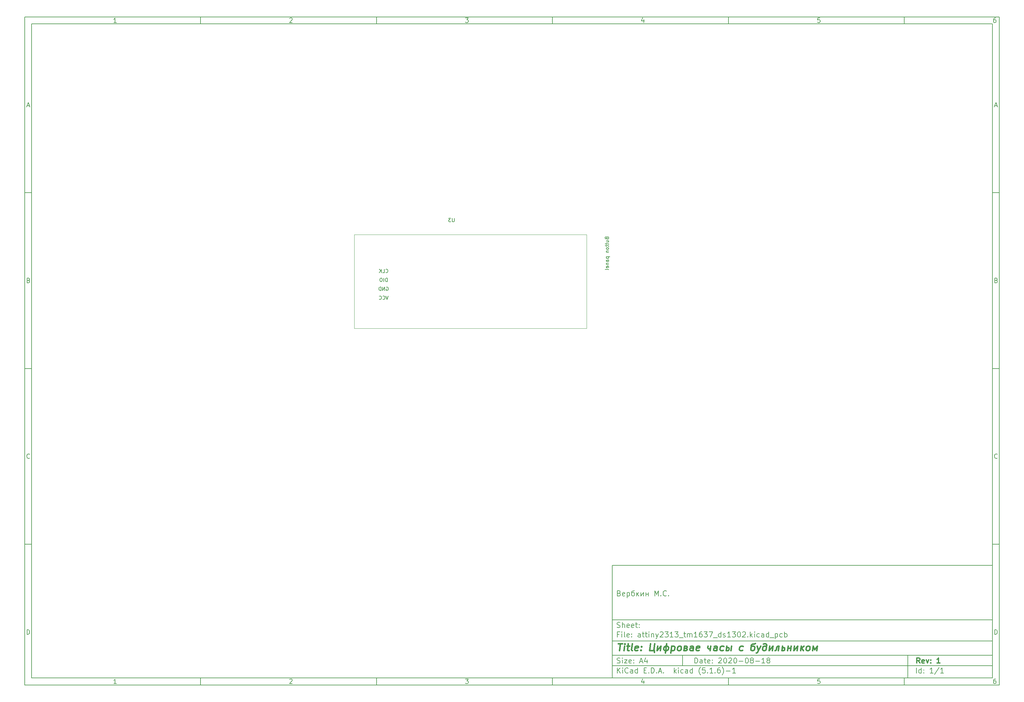
<source format=gbr>
%TF.GenerationSoftware,KiCad,Pcbnew,(5.1.6)-1*%
%TF.CreationDate,2020-08-18T15:16:32+05:00*%
%TF.ProjectId,attiny2313_tm1637_ds1302,61747469-6e79-4323-9331-335f746d3136,1*%
%TF.SameCoordinates,Original*%
%TF.FileFunction,Legend,Bot*%
%TF.FilePolarity,Positive*%
%FSLAX46Y46*%
G04 Gerber Fmt 4.6, Leading zero omitted, Abs format (unit mm)*
G04 Created by KiCad (PCBNEW (5.1.6)-1) date 2020-08-18 15:16:32*
%MOMM*%
%LPD*%
G01*
G04 APERTURE LIST*
%ADD10C,0.100000*%
%ADD11C,0.150000*%
%ADD12C,0.300000*%
%ADD13C,0.400000*%
%ADD14C,0.120000*%
G04 APERTURE END LIST*
D10*
D11*
X177002200Y-166007200D02*
X177002200Y-198007200D01*
X285002200Y-198007200D01*
X285002200Y-166007200D01*
X177002200Y-166007200D01*
D10*
D11*
X10000000Y-10000000D02*
X10000000Y-200007200D01*
X287002200Y-200007200D01*
X287002200Y-10000000D01*
X10000000Y-10000000D01*
D10*
D11*
X12000000Y-12000000D02*
X12000000Y-198007200D01*
X285002200Y-198007200D01*
X285002200Y-12000000D01*
X12000000Y-12000000D01*
D10*
D11*
X60000000Y-12000000D02*
X60000000Y-10000000D01*
D10*
D11*
X110000000Y-12000000D02*
X110000000Y-10000000D01*
D10*
D11*
X160000000Y-12000000D02*
X160000000Y-10000000D01*
D10*
D11*
X210000000Y-12000000D02*
X210000000Y-10000000D01*
D10*
D11*
X260000000Y-12000000D02*
X260000000Y-10000000D01*
D10*
D11*
X36065476Y-11588095D02*
X35322619Y-11588095D01*
X35694047Y-11588095D02*
X35694047Y-10288095D01*
X35570238Y-10473809D01*
X35446428Y-10597619D01*
X35322619Y-10659523D01*
D10*
D11*
X85322619Y-10411904D02*
X85384523Y-10350000D01*
X85508333Y-10288095D01*
X85817857Y-10288095D01*
X85941666Y-10350000D01*
X86003571Y-10411904D01*
X86065476Y-10535714D01*
X86065476Y-10659523D01*
X86003571Y-10845238D01*
X85260714Y-11588095D01*
X86065476Y-11588095D01*
D10*
D11*
X135260714Y-10288095D02*
X136065476Y-10288095D01*
X135632142Y-10783333D01*
X135817857Y-10783333D01*
X135941666Y-10845238D01*
X136003571Y-10907142D01*
X136065476Y-11030952D01*
X136065476Y-11340476D01*
X136003571Y-11464285D01*
X135941666Y-11526190D01*
X135817857Y-11588095D01*
X135446428Y-11588095D01*
X135322619Y-11526190D01*
X135260714Y-11464285D01*
D10*
D11*
X185941666Y-10721428D02*
X185941666Y-11588095D01*
X185632142Y-10226190D02*
X185322619Y-11154761D01*
X186127380Y-11154761D01*
D10*
D11*
X236003571Y-10288095D02*
X235384523Y-10288095D01*
X235322619Y-10907142D01*
X235384523Y-10845238D01*
X235508333Y-10783333D01*
X235817857Y-10783333D01*
X235941666Y-10845238D01*
X236003571Y-10907142D01*
X236065476Y-11030952D01*
X236065476Y-11340476D01*
X236003571Y-11464285D01*
X235941666Y-11526190D01*
X235817857Y-11588095D01*
X235508333Y-11588095D01*
X235384523Y-11526190D01*
X235322619Y-11464285D01*
D10*
D11*
X285941666Y-10288095D02*
X285694047Y-10288095D01*
X285570238Y-10350000D01*
X285508333Y-10411904D01*
X285384523Y-10597619D01*
X285322619Y-10845238D01*
X285322619Y-11340476D01*
X285384523Y-11464285D01*
X285446428Y-11526190D01*
X285570238Y-11588095D01*
X285817857Y-11588095D01*
X285941666Y-11526190D01*
X286003571Y-11464285D01*
X286065476Y-11340476D01*
X286065476Y-11030952D01*
X286003571Y-10907142D01*
X285941666Y-10845238D01*
X285817857Y-10783333D01*
X285570238Y-10783333D01*
X285446428Y-10845238D01*
X285384523Y-10907142D01*
X285322619Y-11030952D01*
D10*
D11*
X60000000Y-198007200D02*
X60000000Y-200007200D01*
D10*
D11*
X110000000Y-198007200D02*
X110000000Y-200007200D01*
D10*
D11*
X160000000Y-198007200D02*
X160000000Y-200007200D01*
D10*
D11*
X210000000Y-198007200D02*
X210000000Y-200007200D01*
D10*
D11*
X260000000Y-198007200D02*
X260000000Y-200007200D01*
D10*
D11*
X36065476Y-199595295D02*
X35322619Y-199595295D01*
X35694047Y-199595295D02*
X35694047Y-198295295D01*
X35570238Y-198481009D01*
X35446428Y-198604819D01*
X35322619Y-198666723D01*
D10*
D11*
X85322619Y-198419104D02*
X85384523Y-198357200D01*
X85508333Y-198295295D01*
X85817857Y-198295295D01*
X85941666Y-198357200D01*
X86003571Y-198419104D01*
X86065476Y-198542914D01*
X86065476Y-198666723D01*
X86003571Y-198852438D01*
X85260714Y-199595295D01*
X86065476Y-199595295D01*
D10*
D11*
X135260714Y-198295295D02*
X136065476Y-198295295D01*
X135632142Y-198790533D01*
X135817857Y-198790533D01*
X135941666Y-198852438D01*
X136003571Y-198914342D01*
X136065476Y-199038152D01*
X136065476Y-199347676D01*
X136003571Y-199471485D01*
X135941666Y-199533390D01*
X135817857Y-199595295D01*
X135446428Y-199595295D01*
X135322619Y-199533390D01*
X135260714Y-199471485D01*
D10*
D11*
X185941666Y-198728628D02*
X185941666Y-199595295D01*
X185632142Y-198233390D02*
X185322619Y-199161961D01*
X186127380Y-199161961D01*
D10*
D11*
X236003571Y-198295295D02*
X235384523Y-198295295D01*
X235322619Y-198914342D01*
X235384523Y-198852438D01*
X235508333Y-198790533D01*
X235817857Y-198790533D01*
X235941666Y-198852438D01*
X236003571Y-198914342D01*
X236065476Y-199038152D01*
X236065476Y-199347676D01*
X236003571Y-199471485D01*
X235941666Y-199533390D01*
X235817857Y-199595295D01*
X235508333Y-199595295D01*
X235384523Y-199533390D01*
X235322619Y-199471485D01*
D10*
D11*
X285941666Y-198295295D02*
X285694047Y-198295295D01*
X285570238Y-198357200D01*
X285508333Y-198419104D01*
X285384523Y-198604819D01*
X285322619Y-198852438D01*
X285322619Y-199347676D01*
X285384523Y-199471485D01*
X285446428Y-199533390D01*
X285570238Y-199595295D01*
X285817857Y-199595295D01*
X285941666Y-199533390D01*
X286003571Y-199471485D01*
X286065476Y-199347676D01*
X286065476Y-199038152D01*
X286003571Y-198914342D01*
X285941666Y-198852438D01*
X285817857Y-198790533D01*
X285570238Y-198790533D01*
X285446428Y-198852438D01*
X285384523Y-198914342D01*
X285322619Y-199038152D01*
D10*
D11*
X10000000Y-60000000D02*
X12000000Y-60000000D01*
D10*
D11*
X10000000Y-110000000D02*
X12000000Y-110000000D01*
D10*
D11*
X10000000Y-160000000D02*
X12000000Y-160000000D01*
D10*
D11*
X10690476Y-35216666D02*
X11309523Y-35216666D01*
X10566666Y-35588095D02*
X11000000Y-34288095D01*
X11433333Y-35588095D01*
D10*
D11*
X11092857Y-84907142D02*
X11278571Y-84969047D01*
X11340476Y-85030952D01*
X11402380Y-85154761D01*
X11402380Y-85340476D01*
X11340476Y-85464285D01*
X11278571Y-85526190D01*
X11154761Y-85588095D01*
X10659523Y-85588095D01*
X10659523Y-84288095D01*
X11092857Y-84288095D01*
X11216666Y-84350000D01*
X11278571Y-84411904D01*
X11340476Y-84535714D01*
X11340476Y-84659523D01*
X11278571Y-84783333D01*
X11216666Y-84845238D01*
X11092857Y-84907142D01*
X10659523Y-84907142D01*
D10*
D11*
X11402380Y-135464285D02*
X11340476Y-135526190D01*
X11154761Y-135588095D01*
X11030952Y-135588095D01*
X10845238Y-135526190D01*
X10721428Y-135402380D01*
X10659523Y-135278571D01*
X10597619Y-135030952D01*
X10597619Y-134845238D01*
X10659523Y-134597619D01*
X10721428Y-134473809D01*
X10845238Y-134350000D01*
X11030952Y-134288095D01*
X11154761Y-134288095D01*
X11340476Y-134350000D01*
X11402380Y-134411904D01*
D10*
D11*
X10659523Y-185588095D02*
X10659523Y-184288095D01*
X10969047Y-184288095D01*
X11154761Y-184350000D01*
X11278571Y-184473809D01*
X11340476Y-184597619D01*
X11402380Y-184845238D01*
X11402380Y-185030952D01*
X11340476Y-185278571D01*
X11278571Y-185402380D01*
X11154761Y-185526190D01*
X10969047Y-185588095D01*
X10659523Y-185588095D01*
D10*
D11*
X287002200Y-60000000D02*
X285002200Y-60000000D01*
D10*
D11*
X287002200Y-110000000D02*
X285002200Y-110000000D01*
D10*
D11*
X287002200Y-160000000D02*
X285002200Y-160000000D01*
D10*
D11*
X285692676Y-35216666D02*
X286311723Y-35216666D01*
X285568866Y-35588095D02*
X286002200Y-34288095D01*
X286435533Y-35588095D01*
D10*
D11*
X286095057Y-84907142D02*
X286280771Y-84969047D01*
X286342676Y-85030952D01*
X286404580Y-85154761D01*
X286404580Y-85340476D01*
X286342676Y-85464285D01*
X286280771Y-85526190D01*
X286156961Y-85588095D01*
X285661723Y-85588095D01*
X285661723Y-84288095D01*
X286095057Y-84288095D01*
X286218866Y-84350000D01*
X286280771Y-84411904D01*
X286342676Y-84535714D01*
X286342676Y-84659523D01*
X286280771Y-84783333D01*
X286218866Y-84845238D01*
X286095057Y-84907142D01*
X285661723Y-84907142D01*
D10*
D11*
X286404580Y-135464285D02*
X286342676Y-135526190D01*
X286156961Y-135588095D01*
X286033152Y-135588095D01*
X285847438Y-135526190D01*
X285723628Y-135402380D01*
X285661723Y-135278571D01*
X285599819Y-135030952D01*
X285599819Y-134845238D01*
X285661723Y-134597619D01*
X285723628Y-134473809D01*
X285847438Y-134350000D01*
X286033152Y-134288095D01*
X286156961Y-134288095D01*
X286342676Y-134350000D01*
X286404580Y-134411904D01*
D10*
D11*
X285661723Y-185588095D02*
X285661723Y-184288095D01*
X285971247Y-184288095D01*
X286156961Y-184350000D01*
X286280771Y-184473809D01*
X286342676Y-184597619D01*
X286404580Y-184845238D01*
X286404580Y-185030952D01*
X286342676Y-185278571D01*
X286280771Y-185402380D01*
X286156961Y-185526190D01*
X285971247Y-185588095D01*
X285661723Y-185588095D01*
D10*
D11*
X200434342Y-193785771D02*
X200434342Y-192285771D01*
X200791485Y-192285771D01*
X201005771Y-192357200D01*
X201148628Y-192500057D01*
X201220057Y-192642914D01*
X201291485Y-192928628D01*
X201291485Y-193142914D01*
X201220057Y-193428628D01*
X201148628Y-193571485D01*
X201005771Y-193714342D01*
X200791485Y-193785771D01*
X200434342Y-193785771D01*
X202577200Y-193785771D02*
X202577200Y-193000057D01*
X202505771Y-192857200D01*
X202362914Y-192785771D01*
X202077200Y-192785771D01*
X201934342Y-192857200D01*
X202577200Y-193714342D02*
X202434342Y-193785771D01*
X202077200Y-193785771D01*
X201934342Y-193714342D01*
X201862914Y-193571485D01*
X201862914Y-193428628D01*
X201934342Y-193285771D01*
X202077200Y-193214342D01*
X202434342Y-193214342D01*
X202577200Y-193142914D01*
X203077200Y-192785771D02*
X203648628Y-192785771D01*
X203291485Y-192285771D02*
X203291485Y-193571485D01*
X203362914Y-193714342D01*
X203505771Y-193785771D01*
X203648628Y-193785771D01*
X204720057Y-193714342D02*
X204577200Y-193785771D01*
X204291485Y-193785771D01*
X204148628Y-193714342D01*
X204077200Y-193571485D01*
X204077200Y-193000057D01*
X204148628Y-192857200D01*
X204291485Y-192785771D01*
X204577200Y-192785771D01*
X204720057Y-192857200D01*
X204791485Y-193000057D01*
X204791485Y-193142914D01*
X204077200Y-193285771D01*
X205434342Y-193642914D02*
X205505771Y-193714342D01*
X205434342Y-193785771D01*
X205362914Y-193714342D01*
X205434342Y-193642914D01*
X205434342Y-193785771D01*
X205434342Y-192857200D02*
X205505771Y-192928628D01*
X205434342Y-193000057D01*
X205362914Y-192928628D01*
X205434342Y-192857200D01*
X205434342Y-193000057D01*
X207220057Y-192428628D02*
X207291485Y-192357200D01*
X207434342Y-192285771D01*
X207791485Y-192285771D01*
X207934342Y-192357200D01*
X208005771Y-192428628D01*
X208077200Y-192571485D01*
X208077200Y-192714342D01*
X208005771Y-192928628D01*
X207148628Y-193785771D01*
X208077200Y-193785771D01*
X209005771Y-192285771D02*
X209148628Y-192285771D01*
X209291485Y-192357200D01*
X209362914Y-192428628D01*
X209434342Y-192571485D01*
X209505771Y-192857200D01*
X209505771Y-193214342D01*
X209434342Y-193500057D01*
X209362914Y-193642914D01*
X209291485Y-193714342D01*
X209148628Y-193785771D01*
X209005771Y-193785771D01*
X208862914Y-193714342D01*
X208791485Y-193642914D01*
X208720057Y-193500057D01*
X208648628Y-193214342D01*
X208648628Y-192857200D01*
X208720057Y-192571485D01*
X208791485Y-192428628D01*
X208862914Y-192357200D01*
X209005771Y-192285771D01*
X210077200Y-192428628D02*
X210148628Y-192357200D01*
X210291485Y-192285771D01*
X210648628Y-192285771D01*
X210791485Y-192357200D01*
X210862914Y-192428628D01*
X210934342Y-192571485D01*
X210934342Y-192714342D01*
X210862914Y-192928628D01*
X210005771Y-193785771D01*
X210934342Y-193785771D01*
X211862914Y-192285771D02*
X212005771Y-192285771D01*
X212148628Y-192357200D01*
X212220057Y-192428628D01*
X212291485Y-192571485D01*
X212362914Y-192857200D01*
X212362914Y-193214342D01*
X212291485Y-193500057D01*
X212220057Y-193642914D01*
X212148628Y-193714342D01*
X212005771Y-193785771D01*
X211862914Y-193785771D01*
X211720057Y-193714342D01*
X211648628Y-193642914D01*
X211577200Y-193500057D01*
X211505771Y-193214342D01*
X211505771Y-192857200D01*
X211577200Y-192571485D01*
X211648628Y-192428628D01*
X211720057Y-192357200D01*
X211862914Y-192285771D01*
X213005771Y-193214342D02*
X214148628Y-193214342D01*
X215148628Y-192285771D02*
X215291485Y-192285771D01*
X215434342Y-192357200D01*
X215505771Y-192428628D01*
X215577200Y-192571485D01*
X215648628Y-192857200D01*
X215648628Y-193214342D01*
X215577200Y-193500057D01*
X215505771Y-193642914D01*
X215434342Y-193714342D01*
X215291485Y-193785771D01*
X215148628Y-193785771D01*
X215005771Y-193714342D01*
X214934342Y-193642914D01*
X214862914Y-193500057D01*
X214791485Y-193214342D01*
X214791485Y-192857200D01*
X214862914Y-192571485D01*
X214934342Y-192428628D01*
X215005771Y-192357200D01*
X215148628Y-192285771D01*
X216505771Y-192928628D02*
X216362914Y-192857200D01*
X216291485Y-192785771D01*
X216220057Y-192642914D01*
X216220057Y-192571485D01*
X216291485Y-192428628D01*
X216362914Y-192357200D01*
X216505771Y-192285771D01*
X216791485Y-192285771D01*
X216934342Y-192357200D01*
X217005771Y-192428628D01*
X217077200Y-192571485D01*
X217077200Y-192642914D01*
X217005771Y-192785771D01*
X216934342Y-192857200D01*
X216791485Y-192928628D01*
X216505771Y-192928628D01*
X216362914Y-193000057D01*
X216291485Y-193071485D01*
X216220057Y-193214342D01*
X216220057Y-193500057D01*
X216291485Y-193642914D01*
X216362914Y-193714342D01*
X216505771Y-193785771D01*
X216791485Y-193785771D01*
X216934342Y-193714342D01*
X217005771Y-193642914D01*
X217077200Y-193500057D01*
X217077200Y-193214342D01*
X217005771Y-193071485D01*
X216934342Y-193000057D01*
X216791485Y-192928628D01*
X217720057Y-193214342D02*
X218862914Y-193214342D01*
X220362914Y-193785771D02*
X219505771Y-193785771D01*
X219934342Y-193785771D02*
X219934342Y-192285771D01*
X219791485Y-192500057D01*
X219648628Y-192642914D01*
X219505771Y-192714342D01*
X221220057Y-192928628D02*
X221077200Y-192857200D01*
X221005771Y-192785771D01*
X220934342Y-192642914D01*
X220934342Y-192571485D01*
X221005771Y-192428628D01*
X221077200Y-192357200D01*
X221220057Y-192285771D01*
X221505771Y-192285771D01*
X221648628Y-192357200D01*
X221720057Y-192428628D01*
X221791485Y-192571485D01*
X221791485Y-192642914D01*
X221720057Y-192785771D01*
X221648628Y-192857200D01*
X221505771Y-192928628D01*
X221220057Y-192928628D01*
X221077200Y-193000057D01*
X221005771Y-193071485D01*
X220934342Y-193214342D01*
X220934342Y-193500057D01*
X221005771Y-193642914D01*
X221077200Y-193714342D01*
X221220057Y-193785771D01*
X221505771Y-193785771D01*
X221648628Y-193714342D01*
X221720057Y-193642914D01*
X221791485Y-193500057D01*
X221791485Y-193214342D01*
X221720057Y-193071485D01*
X221648628Y-193000057D01*
X221505771Y-192928628D01*
D10*
D11*
X177002200Y-194507200D02*
X285002200Y-194507200D01*
D10*
D11*
X178434342Y-196585771D02*
X178434342Y-195085771D01*
X179291485Y-196585771D02*
X178648628Y-195728628D01*
X179291485Y-195085771D02*
X178434342Y-195942914D01*
X179934342Y-196585771D02*
X179934342Y-195585771D01*
X179934342Y-195085771D02*
X179862914Y-195157200D01*
X179934342Y-195228628D01*
X180005771Y-195157200D01*
X179934342Y-195085771D01*
X179934342Y-195228628D01*
X181505771Y-196442914D02*
X181434342Y-196514342D01*
X181220057Y-196585771D01*
X181077200Y-196585771D01*
X180862914Y-196514342D01*
X180720057Y-196371485D01*
X180648628Y-196228628D01*
X180577200Y-195942914D01*
X180577200Y-195728628D01*
X180648628Y-195442914D01*
X180720057Y-195300057D01*
X180862914Y-195157200D01*
X181077200Y-195085771D01*
X181220057Y-195085771D01*
X181434342Y-195157200D01*
X181505771Y-195228628D01*
X182791485Y-196585771D02*
X182791485Y-195800057D01*
X182720057Y-195657200D01*
X182577200Y-195585771D01*
X182291485Y-195585771D01*
X182148628Y-195657200D01*
X182791485Y-196514342D02*
X182648628Y-196585771D01*
X182291485Y-196585771D01*
X182148628Y-196514342D01*
X182077200Y-196371485D01*
X182077200Y-196228628D01*
X182148628Y-196085771D01*
X182291485Y-196014342D01*
X182648628Y-196014342D01*
X182791485Y-195942914D01*
X184148628Y-196585771D02*
X184148628Y-195085771D01*
X184148628Y-196514342D02*
X184005771Y-196585771D01*
X183720057Y-196585771D01*
X183577200Y-196514342D01*
X183505771Y-196442914D01*
X183434342Y-196300057D01*
X183434342Y-195871485D01*
X183505771Y-195728628D01*
X183577200Y-195657200D01*
X183720057Y-195585771D01*
X184005771Y-195585771D01*
X184148628Y-195657200D01*
X186005771Y-195800057D02*
X186505771Y-195800057D01*
X186720057Y-196585771D02*
X186005771Y-196585771D01*
X186005771Y-195085771D01*
X186720057Y-195085771D01*
X187362914Y-196442914D02*
X187434342Y-196514342D01*
X187362914Y-196585771D01*
X187291485Y-196514342D01*
X187362914Y-196442914D01*
X187362914Y-196585771D01*
X188077200Y-196585771D02*
X188077200Y-195085771D01*
X188434342Y-195085771D01*
X188648628Y-195157200D01*
X188791485Y-195300057D01*
X188862914Y-195442914D01*
X188934342Y-195728628D01*
X188934342Y-195942914D01*
X188862914Y-196228628D01*
X188791485Y-196371485D01*
X188648628Y-196514342D01*
X188434342Y-196585771D01*
X188077200Y-196585771D01*
X189577200Y-196442914D02*
X189648628Y-196514342D01*
X189577200Y-196585771D01*
X189505771Y-196514342D01*
X189577200Y-196442914D01*
X189577200Y-196585771D01*
X190220057Y-196157200D02*
X190934342Y-196157200D01*
X190077200Y-196585771D02*
X190577200Y-195085771D01*
X191077200Y-196585771D01*
X191577200Y-196442914D02*
X191648628Y-196514342D01*
X191577200Y-196585771D01*
X191505771Y-196514342D01*
X191577200Y-196442914D01*
X191577200Y-196585771D01*
X194577200Y-196585771D02*
X194577200Y-195085771D01*
X194720057Y-196014342D02*
X195148628Y-196585771D01*
X195148628Y-195585771D02*
X194577200Y-196157200D01*
X195791485Y-196585771D02*
X195791485Y-195585771D01*
X195791485Y-195085771D02*
X195720057Y-195157200D01*
X195791485Y-195228628D01*
X195862914Y-195157200D01*
X195791485Y-195085771D01*
X195791485Y-195228628D01*
X197148628Y-196514342D02*
X197005771Y-196585771D01*
X196720057Y-196585771D01*
X196577200Y-196514342D01*
X196505771Y-196442914D01*
X196434342Y-196300057D01*
X196434342Y-195871485D01*
X196505771Y-195728628D01*
X196577200Y-195657200D01*
X196720057Y-195585771D01*
X197005771Y-195585771D01*
X197148628Y-195657200D01*
X198434342Y-196585771D02*
X198434342Y-195800057D01*
X198362914Y-195657200D01*
X198220057Y-195585771D01*
X197934342Y-195585771D01*
X197791485Y-195657200D01*
X198434342Y-196514342D02*
X198291485Y-196585771D01*
X197934342Y-196585771D01*
X197791485Y-196514342D01*
X197720057Y-196371485D01*
X197720057Y-196228628D01*
X197791485Y-196085771D01*
X197934342Y-196014342D01*
X198291485Y-196014342D01*
X198434342Y-195942914D01*
X199791485Y-196585771D02*
X199791485Y-195085771D01*
X199791485Y-196514342D02*
X199648628Y-196585771D01*
X199362914Y-196585771D01*
X199220057Y-196514342D01*
X199148628Y-196442914D01*
X199077200Y-196300057D01*
X199077200Y-195871485D01*
X199148628Y-195728628D01*
X199220057Y-195657200D01*
X199362914Y-195585771D01*
X199648628Y-195585771D01*
X199791485Y-195657200D01*
X202077200Y-197157200D02*
X202005771Y-197085771D01*
X201862914Y-196871485D01*
X201791485Y-196728628D01*
X201720057Y-196514342D01*
X201648628Y-196157200D01*
X201648628Y-195871485D01*
X201720057Y-195514342D01*
X201791485Y-195300057D01*
X201862914Y-195157200D01*
X202005771Y-194942914D01*
X202077200Y-194871485D01*
X203362914Y-195085771D02*
X202648628Y-195085771D01*
X202577200Y-195800057D01*
X202648628Y-195728628D01*
X202791485Y-195657200D01*
X203148628Y-195657200D01*
X203291485Y-195728628D01*
X203362914Y-195800057D01*
X203434342Y-195942914D01*
X203434342Y-196300057D01*
X203362914Y-196442914D01*
X203291485Y-196514342D01*
X203148628Y-196585771D01*
X202791485Y-196585771D01*
X202648628Y-196514342D01*
X202577200Y-196442914D01*
X204077200Y-196442914D02*
X204148628Y-196514342D01*
X204077200Y-196585771D01*
X204005771Y-196514342D01*
X204077200Y-196442914D01*
X204077200Y-196585771D01*
X205577200Y-196585771D02*
X204720057Y-196585771D01*
X205148628Y-196585771D02*
X205148628Y-195085771D01*
X205005771Y-195300057D01*
X204862914Y-195442914D01*
X204720057Y-195514342D01*
X206220057Y-196442914D02*
X206291485Y-196514342D01*
X206220057Y-196585771D01*
X206148628Y-196514342D01*
X206220057Y-196442914D01*
X206220057Y-196585771D01*
X207577200Y-195085771D02*
X207291485Y-195085771D01*
X207148628Y-195157200D01*
X207077200Y-195228628D01*
X206934342Y-195442914D01*
X206862914Y-195728628D01*
X206862914Y-196300057D01*
X206934342Y-196442914D01*
X207005771Y-196514342D01*
X207148628Y-196585771D01*
X207434342Y-196585771D01*
X207577200Y-196514342D01*
X207648628Y-196442914D01*
X207720057Y-196300057D01*
X207720057Y-195942914D01*
X207648628Y-195800057D01*
X207577200Y-195728628D01*
X207434342Y-195657200D01*
X207148628Y-195657200D01*
X207005771Y-195728628D01*
X206934342Y-195800057D01*
X206862914Y-195942914D01*
X208220057Y-197157200D02*
X208291485Y-197085771D01*
X208434342Y-196871485D01*
X208505771Y-196728628D01*
X208577200Y-196514342D01*
X208648628Y-196157200D01*
X208648628Y-195871485D01*
X208577200Y-195514342D01*
X208505771Y-195300057D01*
X208434342Y-195157200D01*
X208291485Y-194942914D01*
X208220057Y-194871485D01*
X209362914Y-196014342D02*
X210505771Y-196014342D01*
X212005771Y-196585771D02*
X211148628Y-196585771D01*
X211577200Y-196585771D02*
X211577200Y-195085771D01*
X211434342Y-195300057D01*
X211291485Y-195442914D01*
X211148628Y-195514342D01*
D10*
D11*
X177002200Y-191507200D02*
X285002200Y-191507200D01*
D10*
D12*
X264411485Y-193785771D02*
X263911485Y-193071485D01*
X263554342Y-193785771D02*
X263554342Y-192285771D01*
X264125771Y-192285771D01*
X264268628Y-192357200D01*
X264340057Y-192428628D01*
X264411485Y-192571485D01*
X264411485Y-192785771D01*
X264340057Y-192928628D01*
X264268628Y-193000057D01*
X264125771Y-193071485D01*
X263554342Y-193071485D01*
X265625771Y-193714342D02*
X265482914Y-193785771D01*
X265197200Y-193785771D01*
X265054342Y-193714342D01*
X264982914Y-193571485D01*
X264982914Y-193000057D01*
X265054342Y-192857200D01*
X265197200Y-192785771D01*
X265482914Y-192785771D01*
X265625771Y-192857200D01*
X265697200Y-193000057D01*
X265697200Y-193142914D01*
X264982914Y-193285771D01*
X266197200Y-192785771D02*
X266554342Y-193785771D01*
X266911485Y-192785771D01*
X267482914Y-193642914D02*
X267554342Y-193714342D01*
X267482914Y-193785771D01*
X267411485Y-193714342D01*
X267482914Y-193642914D01*
X267482914Y-193785771D01*
X267482914Y-192857200D02*
X267554342Y-192928628D01*
X267482914Y-193000057D01*
X267411485Y-192928628D01*
X267482914Y-192857200D01*
X267482914Y-193000057D01*
X270125771Y-193785771D02*
X269268628Y-193785771D01*
X269697200Y-193785771D02*
X269697200Y-192285771D01*
X269554342Y-192500057D01*
X269411485Y-192642914D01*
X269268628Y-192714342D01*
D10*
D11*
X178362914Y-193714342D02*
X178577200Y-193785771D01*
X178934342Y-193785771D01*
X179077200Y-193714342D01*
X179148628Y-193642914D01*
X179220057Y-193500057D01*
X179220057Y-193357200D01*
X179148628Y-193214342D01*
X179077200Y-193142914D01*
X178934342Y-193071485D01*
X178648628Y-193000057D01*
X178505771Y-192928628D01*
X178434342Y-192857200D01*
X178362914Y-192714342D01*
X178362914Y-192571485D01*
X178434342Y-192428628D01*
X178505771Y-192357200D01*
X178648628Y-192285771D01*
X179005771Y-192285771D01*
X179220057Y-192357200D01*
X179862914Y-193785771D02*
X179862914Y-192785771D01*
X179862914Y-192285771D02*
X179791485Y-192357200D01*
X179862914Y-192428628D01*
X179934342Y-192357200D01*
X179862914Y-192285771D01*
X179862914Y-192428628D01*
X180434342Y-192785771D02*
X181220057Y-192785771D01*
X180434342Y-193785771D01*
X181220057Y-193785771D01*
X182362914Y-193714342D02*
X182220057Y-193785771D01*
X181934342Y-193785771D01*
X181791485Y-193714342D01*
X181720057Y-193571485D01*
X181720057Y-193000057D01*
X181791485Y-192857200D01*
X181934342Y-192785771D01*
X182220057Y-192785771D01*
X182362914Y-192857200D01*
X182434342Y-193000057D01*
X182434342Y-193142914D01*
X181720057Y-193285771D01*
X183077200Y-193642914D02*
X183148628Y-193714342D01*
X183077200Y-193785771D01*
X183005771Y-193714342D01*
X183077200Y-193642914D01*
X183077200Y-193785771D01*
X183077200Y-192857200D02*
X183148628Y-192928628D01*
X183077200Y-193000057D01*
X183005771Y-192928628D01*
X183077200Y-192857200D01*
X183077200Y-193000057D01*
X184862914Y-193357200D02*
X185577200Y-193357200D01*
X184720057Y-193785771D02*
X185220057Y-192285771D01*
X185720057Y-193785771D01*
X186862914Y-192785771D02*
X186862914Y-193785771D01*
X186505771Y-192214342D02*
X186148628Y-193285771D01*
X187077200Y-193285771D01*
D10*
D11*
X263434342Y-196585771D02*
X263434342Y-195085771D01*
X264791485Y-196585771D02*
X264791485Y-195085771D01*
X264791485Y-196514342D02*
X264648628Y-196585771D01*
X264362914Y-196585771D01*
X264220057Y-196514342D01*
X264148628Y-196442914D01*
X264077200Y-196300057D01*
X264077200Y-195871485D01*
X264148628Y-195728628D01*
X264220057Y-195657200D01*
X264362914Y-195585771D01*
X264648628Y-195585771D01*
X264791485Y-195657200D01*
X265505771Y-196442914D02*
X265577200Y-196514342D01*
X265505771Y-196585771D01*
X265434342Y-196514342D01*
X265505771Y-196442914D01*
X265505771Y-196585771D01*
X265505771Y-195657200D02*
X265577200Y-195728628D01*
X265505771Y-195800057D01*
X265434342Y-195728628D01*
X265505771Y-195657200D01*
X265505771Y-195800057D01*
X268148628Y-196585771D02*
X267291485Y-196585771D01*
X267720057Y-196585771D02*
X267720057Y-195085771D01*
X267577200Y-195300057D01*
X267434342Y-195442914D01*
X267291485Y-195514342D01*
X269862914Y-195014342D02*
X268577200Y-196942914D01*
X271148628Y-196585771D02*
X270291485Y-196585771D01*
X270720057Y-196585771D02*
X270720057Y-195085771D01*
X270577200Y-195300057D01*
X270434342Y-195442914D01*
X270291485Y-195514342D01*
D10*
D11*
X177002200Y-187507200D02*
X285002200Y-187507200D01*
D10*
D13*
X178714580Y-188211961D02*
X179857438Y-188211961D01*
X179036009Y-190211961D02*
X179286009Y-188211961D01*
X180274104Y-190211961D02*
X180440771Y-188878628D01*
X180524104Y-188211961D02*
X180416961Y-188307200D01*
X180500295Y-188402438D01*
X180607438Y-188307200D01*
X180524104Y-188211961D01*
X180500295Y-188402438D01*
X181107438Y-188878628D02*
X181869342Y-188878628D01*
X181476485Y-188211961D02*
X181262200Y-189926247D01*
X181333628Y-190116723D01*
X181512200Y-190211961D01*
X181702676Y-190211961D01*
X182655057Y-190211961D02*
X182476485Y-190116723D01*
X182405057Y-189926247D01*
X182619342Y-188211961D01*
X184190771Y-190116723D02*
X183988390Y-190211961D01*
X183607438Y-190211961D01*
X183428866Y-190116723D01*
X183357438Y-189926247D01*
X183452676Y-189164342D01*
X183571723Y-188973866D01*
X183774104Y-188878628D01*
X184155057Y-188878628D01*
X184333628Y-188973866D01*
X184405057Y-189164342D01*
X184381247Y-189354819D01*
X183405057Y-189545295D01*
X185155057Y-190021485D02*
X185238390Y-190116723D01*
X185131247Y-190211961D01*
X185047914Y-190116723D01*
X185155057Y-190021485D01*
X185131247Y-190211961D01*
X185286009Y-188973866D02*
X185369342Y-189069104D01*
X185262200Y-189164342D01*
X185178866Y-189069104D01*
X185286009Y-188973866D01*
X185262200Y-189164342D01*
X189000295Y-188211961D02*
X188750295Y-190211961D01*
X187857438Y-188211961D02*
X187607438Y-190211961D01*
X188940771Y-190211961D01*
X188881247Y-190688152D01*
X189869342Y-188878628D02*
X189702676Y-190211961D01*
X190821723Y-188878628D01*
X190655057Y-190211961D01*
X192428866Y-188211961D02*
X192095533Y-190878628D01*
X192155057Y-188878628D02*
X192536009Y-188878628D01*
X192714580Y-188973866D01*
X192881247Y-189164342D01*
X192952676Y-189354819D01*
X192905057Y-189735771D01*
X192786009Y-189926247D01*
X192571723Y-190116723D01*
X192369342Y-190211961D01*
X191988390Y-190211961D01*
X191809819Y-190116723D01*
X191643152Y-189926247D01*
X191571723Y-189735771D01*
X191619342Y-189354819D01*
X191738390Y-189164342D01*
X191952676Y-188973866D01*
X192155057Y-188878628D01*
X193869342Y-188878628D02*
X193619342Y-190878628D01*
X193857438Y-188973866D02*
X194059819Y-188878628D01*
X194440771Y-188878628D01*
X194619342Y-188973866D01*
X194702676Y-189069104D01*
X194774104Y-189259580D01*
X194702676Y-189831009D01*
X194583628Y-190021485D01*
X194476485Y-190116723D01*
X194274104Y-190211961D01*
X193893152Y-190211961D01*
X193714580Y-190116723D01*
X195797914Y-190211961D02*
X195619342Y-190116723D01*
X195536009Y-190021485D01*
X195464580Y-189831009D01*
X195536009Y-189259580D01*
X195655057Y-189069104D01*
X195762200Y-188973866D01*
X195964580Y-188878628D01*
X196250295Y-188878628D01*
X196428866Y-188973866D01*
X196512200Y-189069104D01*
X196583628Y-189259580D01*
X196512200Y-189831009D01*
X196393152Y-190021485D01*
X196286009Y-190116723D01*
X196083628Y-190211961D01*
X195797914Y-190211961D01*
X197881247Y-189545295D02*
X198155057Y-189640533D01*
X198226485Y-189831009D01*
X198214580Y-189926247D01*
X198095533Y-190116723D01*
X197893152Y-190211961D01*
X197321723Y-190211961D01*
X197488390Y-188878628D01*
X197964580Y-188878628D01*
X198143152Y-188973866D01*
X198214580Y-189164342D01*
X198202676Y-189259580D01*
X198083628Y-189450057D01*
X197881247Y-189545295D01*
X197405057Y-189545295D01*
X199893152Y-190211961D02*
X200024104Y-189164342D01*
X199952676Y-188973866D01*
X199774104Y-188878628D01*
X199393152Y-188878628D01*
X199190771Y-188973866D01*
X199905057Y-190116723D02*
X199702676Y-190211961D01*
X199226485Y-190211961D01*
X199047914Y-190116723D01*
X198976485Y-189926247D01*
X199000295Y-189735771D01*
X199119342Y-189545295D01*
X199321723Y-189450057D01*
X199797914Y-189450057D01*
X200000295Y-189354819D01*
X201619342Y-190116723D02*
X201416961Y-190211961D01*
X201036009Y-190211961D01*
X200857438Y-190116723D01*
X200786009Y-189926247D01*
X200881247Y-189164342D01*
X201000295Y-188973866D01*
X201202676Y-188878628D01*
X201583628Y-188878628D01*
X201762200Y-188973866D01*
X201833628Y-189164342D01*
X201809819Y-189354819D01*
X200833628Y-189545295D01*
X204916961Y-188878628D02*
X204750295Y-190211961D01*
X204155057Y-188878628D02*
X204095533Y-189354819D01*
X204166961Y-189545295D01*
X204345533Y-189640533D01*
X204821723Y-189640533D01*
X206655057Y-190211961D02*
X206786009Y-189164342D01*
X206714580Y-188973866D01*
X206536009Y-188878628D01*
X206155057Y-188878628D01*
X205952676Y-188973866D01*
X206666961Y-190116723D02*
X206464580Y-190211961D01*
X205988390Y-190211961D01*
X205809819Y-190116723D01*
X205738390Y-189926247D01*
X205762200Y-189735771D01*
X205881247Y-189545295D01*
X206083628Y-189450057D01*
X206559819Y-189450057D01*
X206762200Y-189354819D01*
X208476485Y-190116723D02*
X208274104Y-190211961D01*
X207893152Y-190211961D01*
X207714580Y-190116723D01*
X207631247Y-190021485D01*
X207559819Y-189831009D01*
X207631247Y-189259580D01*
X207750295Y-189069104D01*
X207857438Y-188973866D01*
X208059819Y-188878628D01*
X208440771Y-188878628D01*
X208619342Y-188973866D01*
X210821723Y-188878628D02*
X210655057Y-190211961D01*
X209488390Y-188878628D02*
X209321723Y-190211961D01*
X209797914Y-190211961D01*
X210000295Y-190116723D01*
X210119342Y-189926247D01*
X210155057Y-189640533D01*
X210083628Y-189450057D01*
X209905057Y-189354819D01*
X209428866Y-189354819D01*
X214000295Y-190116723D02*
X213797914Y-190211961D01*
X213416961Y-190211961D01*
X213238390Y-190116723D01*
X213155057Y-190021485D01*
X213083628Y-189831009D01*
X213155057Y-189259580D01*
X213274104Y-189069104D01*
X213381247Y-188973866D01*
X213583628Y-188878628D01*
X213964580Y-188878628D01*
X214143152Y-188973866D01*
X217583628Y-188116723D02*
X217476485Y-188211961D01*
X217274104Y-188307200D01*
X216893152Y-188307200D01*
X216690771Y-188402438D01*
X216583628Y-188497676D01*
X216464580Y-188688152D01*
X216321723Y-189831009D01*
X216393152Y-190021485D01*
X216476485Y-190116723D01*
X216655057Y-190211961D01*
X216940771Y-190211961D01*
X217143152Y-190116723D01*
X217250295Y-190021485D01*
X217369342Y-189831009D01*
X217440771Y-189259580D01*
X217369342Y-189069104D01*
X217286009Y-188973866D01*
X217107438Y-188878628D01*
X216726485Y-188878628D01*
X216524104Y-188973866D01*
X216416961Y-189069104D01*
X218155057Y-188878628D02*
X218464580Y-190211961D01*
X219107438Y-188878628D02*
X218464580Y-190211961D01*
X218214580Y-190688152D01*
X218107438Y-190783390D01*
X217905057Y-190878628D01*
X220797914Y-189069104D02*
X220714580Y-188973866D01*
X220536009Y-188878628D01*
X220155057Y-188878628D01*
X219952676Y-188973866D01*
X219845533Y-189069104D01*
X219726485Y-189259580D01*
X219655057Y-189831009D01*
X219726485Y-190021485D01*
X219809819Y-190116723D01*
X219988390Y-190211961D01*
X220274104Y-190211961D01*
X220476485Y-190116723D01*
X220583628Y-190021485D01*
X220702676Y-189831009D01*
X220857438Y-188592914D01*
X220786009Y-188402438D01*
X220702676Y-188307200D01*
X220524104Y-188211961D01*
X220143152Y-188211961D01*
X219940771Y-188307200D01*
X221678866Y-188878628D02*
X221512200Y-190211961D01*
X222631247Y-188878628D01*
X222464580Y-190211961D01*
X224178866Y-190211961D02*
X224345533Y-188878628D01*
X224059819Y-188878628D01*
X223857438Y-188973866D01*
X223738390Y-189164342D01*
X223547914Y-189926247D01*
X223428866Y-190116723D01*
X223226485Y-190211961D01*
X225297914Y-188878628D02*
X225131247Y-190211961D01*
X225607438Y-190211961D01*
X225809819Y-190116723D01*
X225928866Y-189926247D01*
X225964580Y-189640533D01*
X225893152Y-189450057D01*
X225714580Y-189354819D01*
X225238390Y-189354819D01*
X226833628Y-189545295D02*
X227690771Y-189545295D01*
X226916961Y-188878628D02*
X226750295Y-190211961D01*
X227774104Y-188878628D02*
X227607438Y-190211961D01*
X228726485Y-188878628D02*
X228559819Y-190211961D01*
X229678866Y-188878628D01*
X229512199Y-190211961D01*
X230631247Y-188878628D02*
X230464580Y-190211961D01*
X230750295Y-189450057D02*
X231226485Y-190211961D01*
X231393152Y-188878628D02*
X230536009Y-189640533D01*
X232369342Y-190211961D02*
X232190771Y-190116723D01*
X232107438Y-190021485D01*
X232036009Y-189831009D01*
X232107438Y-189259580D01*
X232226485Y-189069104D01*
X232333628Y-188973866D01*
X232536009Y-188878628D01*
X232821723Y-188878628D01*
X233000295Y-188973866D01*
X233083628Y-189069104D01*
X233155057Y-189259580D01*
X233083628Y-189831009D01*
X232964580Y-190021485D01*
X232857438Y-190116723D01*
X232655057Y-190211961D01*
X232369342Y-190211961D01*
X233893152Y-190211961D02*
X234059819Y-188878628D01*
X234500295Y-189926247D01*
X235202676Y-188878628D01*
X235036009Y-190211961D01*
D10*
D11*
X178934342Y-185600057D02*
X178434342Y-185600057D01*
X178434342Y-186385771D02*
X178434342Y-184885771D01*
X179148628Y-184885771D01*
X179720057Y-186385771D02*
X179720057Y-185385771D01*
X179720057Y-184885771D02*
X179648628Y-184957200D01*
X179720057Y-185028628D01*
X179791485Y-184957200D01*
X179720057Y-184885771D01*
X179720057Y-185028628D01*
X180648628Y-186385771D02*
X180505771Y-186314342D01*
X180434342Y-186171485D01*
X180434342Y-184885771D01*
X181791485Y-186314342D02*
X181648628Y-186385771D01*
X181362914Y-186385771D01*
X181220057Y-186314342D01*
X181148628Y-186171485D01*
X181148628Y-185600057D01*
X181220057Y-185457200D01*
X181362914Y-185385771D01*
X181648628Y-185385771D01*
X181791485Y-185457200D01*
X181862914Y-185600057D01*
X181862914Y-185742914D01*
X181148628Y-185885771D01*
X182505771Y-186242914D02*
X182577200Y-186314342D01*
X182505771Y-186385771D01*
X182434342Y-186314342D01*
X182505771Y-186242914D01*
X182505771Y-186385771D01*
X182505771Y-185457200D02*
X182577200Y-185528628D01*
X182505771Y-185600057D01*
X182434342Y-185528628D01*
X182505771Y-185457200D01*
X182505771Y-185600057D01*
X185005771Y-186385771D02*
X185005771Y-185600057D01*
X184934342Y-185457200D01*
X184791485Y-185385771D01*
X184505771Y-185385771D01*
X184362914Y-185457200D01*
X185005771Y-186314342D02*
X184862914Y-186385771D01*
X184505771Y-186385771D01*
X184362914Y-186314342D01*
X184291485Y-186171485D01*
X184291485Y-186028628D01*
X184362914Y-185885771D01*
X184505771Y-185814342D01*
X184862914Y-185814342D01*
X185005771Y-185742914D01*
X185505771Y-185385771D02*
X186077200Y-185385771D01*
X185720057Y-184885771D02*
X185720057Y-186171485D01*
X185791485Y-186314342D01*
X185934342Y-186385771D01*
X186077200Y-186385771D01*
X186362914Y-185385771D02*
X186934342Y-185385771D01*
X186577200Y-184885771D02*
X186577200Y-186171485D01*
X186648628Y-186314342D01*
X186791485Y-186385771D01*
X186934342Y-186385771D01*
X187434342Y-186385771D02*
X187434342Y-185385771D01*
X187434342Y-184885771D02*
X187362914Y-184957200D01*
X187434342Y-185028628D01*
X187505771Y-184957200D01*
X187434342Y-184885771D01*
X187434342Y-185028628D01*
X188148628Y-185385771D02*
X188148628Y-186385771D01*
X188148628Y-185528628D02*
X188220057Y-185457200D01*
X188362914Y-185385771D01*
X188577200Y-185385771D01*
X188720057Y-185457200D01*
X188791485Y-185600057D01*
X188791485Y-186385771D01*
X189362914Y-185385771D02*
X189720057Y-186385771D01*
X190077200Y-185385771D02*
X189720057Y-186385771D01*
X189577200Y-186742914D01*
X189505771Y-186814342D01*
X189362914Y-186885771D01*
X190577200Y-185028628D02*
X190648628Y-184957200D01*
X190791485Y-184885771D01*
X191148628Y-184885771D01*
X191291485Y-184957200D01*
X191362914Y-185028628D01*
X191434342Y-185171485D01*
X191434342Y-185314342D01*
X191362914Y-185528628D01*
X190505771Y-186385771D01*
X191434342Y-186385771D01*
X191934342Y-184885771D02*
X192862914Y-184885771D01*
X192362914Y-185457200D01*
X192577200Y-185457200D01*
X192720057Y-185528628D01*
X192791485Y-185600057D01*
X192862914Y-185742914D01*
X192862914Y-186100057D01*
X192791485Y-186242914D01*
X192720057Y-186314342D01*
X192577200Y-186385771D01*
X192148628Y-186385771D01*
X192005771Y-186314342D01*
X191934342Y-186242914D01*
X194291485Y-186385771D02*
X193434342Y-186385771D01*
X193862914Y-186385771D02*
X193862914Y-184885771D01*
X193720057Y-185100057D01*
X193577200Y-185242914D01*
X193434342Y-185314342D01*
X194791485Y-184885771D02*
X195720057Y-184885771D01*
X195220057Y-185457200D01*
X195434342Y-185457200D01*
X195577200Y-185528628D01*
X195648628Y-185600057D01*
X195720057Y-185742914D01*
X195720057Y-186100057D01*
X195648628Y-186242914D01*
X195577200Y-186314342D01*
X195434342Y-186385771D01*
X195005771Y-186385771D01*
X194862914Y-186314342D01*
X194791485Y-186242914D01*
X196005771Y-186528628D02*
X197148628Y-186528628D01*
X197291485Y-185385771D02*
X197862914Y-185385771D01*
X197505771Y-184885771D02*
X197505771Y-186171485D01*
X197577200Y-186314342D01*
X197720057Y-186385771D01*
X197862914Y-186385771D01*
X198362914Y-186385771D02*
X198362914Y-185385771D01*
X198362914Y-185528628D02*
X198434342Y-185457200D01*
X198577200Y-185385771D01*
X198791485Y-185385771D01*
X198934342Y-185457200D01*
X199005771Y-185600057D01*
X199005771Y-186385771D01*
X199005771Y-185600057D02*
X199077200Y-185457200D01*
X199220057Y-185385771D01*
X199434342Y-185385771D01*
X199577200Y-185457200D01*
X199648628Y-185600057D01*
X199648628Y-186385771D01*
X201148628Y-186385771D02*
X200291485Y-186385771D01*
X200720057Y-186385771D02*
X200720057Y-184885771D01*
X200577200Y-185100057D01*
X200434342Y-185242914D01*
X200291485Y-185314342D01*
X202434342Y-184885771D02*
X202148628Y-184885771D01*
X202005771Y-184957200D01*
X201934342Y-185028628D01*
X201791485Y-185242914D01*
X201720057Y-185528628D01*
X201720057Y-186100057D01*
X201791485Y-186242914D01*
X201862914Y-186314342D01*
X202005771Y-186385771D01*
X202291485Y-186385771D01*
X202434342Y-186314342D01*
X202505771Y-186242914D01*
X202577200Y-186100057D01*
X202577200Y-185742914D01*
X202505771Y-185600057D01*
X202434342Y-185528628D01*
X202291485Y-185457200D01*
X202005771Y-185457200D01*
X201862914Y-185528628D01*
X201791485Y-185600057D01*
X201720057Y-185742914D01*
X203077200Y-184885771D02*
X204005771Y-184885771D01*
X203505771Y-185457200D01*
X203720057Y-185457200D01*
X203862914Y-185528628D01*
X203934342Y-185600057D01*
X204005771Y-185742914D01*
X204005771Y-186100057D01*
X203934342Y-186242914D01*
X203862914Y-186314342D01*
X203720057Y-186385771D01*
X203291485Y-186385771D01*
X203148628Y-186314342D01*
X203077200Y-186242914D01*
X204505771Y-184885771D02*
X205505771Y-184885771D01*
X204862914Y-186385771D01*
X205720057Y-186528628D02*
X206862914Y-186528628D01*
X207862914Y-186385771D02*
X207862914Y-184885771D01*
X207862914Y-186314342D02*
X207720057Y-186385771D01*
X207434342Y-186385771D01*
X207291485Y-186314342D01*
X207220057Y-186242914D01*
X207148628Y-186100057D01*
X207148628Y-185671485D01*
X207220057Y-185528628D01*
X207291485Y-185457200D01*
X207434342Y-185385771D01*
X207720057Y-185385771D01*
X207862914Y-185457200D01*
X208505771Y-186314342D02*
X208648628Y-186385771D01*
X208934342Y-186385771D01*
X209077200Y-186314342D01*
X209148628Y-186171485D01*
X209148628Y-186100057D01*
X209077200Y-185957200D01*
X208934342Y-185885771D01*
X208720057Y-185885771D01*
X208577200Y-185814342D01*
X208505771Y-185671485D01*
X208505771Y-185600057D01*
X208577200Y-185457200D01*
X208720057Y-185385771D01*
X208934342Y-185385771D01*
X209077200Y-185457200D01*
X210577200Y-186385771D02*
X209720057Y-186385771D01*
X210148628Y-186385771D02*
X210148628Y-184885771D01*
X210005771Y-185100057D01*
X209862914Y-185242914D01*
X209720057Y-185314342D01*
X211077200Y-184885771D02*
X212005771Y-184885771D01*
X211505771Y-185457200D01*
X211720057Y-185457200D01*
X211862914Y-185528628D01*
X211934342Y-185600057D01*
X212005771Y-185742914D01*
X212005771Y-186100057D01*
X211934342Y-186242914D01*
X211862914Y-186314342D01*
X211720057Y-186385771D01*
X211291485Y-186385771D01*
X211148628Y-186314342D01*
X211077200Y-186242914D01*
X212934342Y-184885771D02*
X213077200Y-184885771D01*
X213220057Y-184957200D01*
X213291485Y-185028628D01*
X213362914Y-185171485D01*
X213434342Y-185457200D01*
X213434342Y-185814342D01*
X213362914Y-186100057D01*
X213291485Y-186242914D01*
X213220057Y-186314342D01*
X213077200Y-186385771D01*
X212934342Y-186385771D01*
X212791485Y-186314342D01*
X212720057Y-186242914D01*
X212648628Y-186100057D01*
X212577200Y-185814342D01*
X212577200Y-185457200D01*
X212648628Y-185171485D01*
X212720057Y-185028628D01*
X212791485Y-184957200D01*
X212934342Y-184885771D01*
X214005771Y-185028628D02*
X214077200Y-184957200D01*
X214220057Y-184885771D01*
X214577200Y-184885771D01*
X214720057Y-184957200D01*
X214791485Y-185028628D01*
X214862914Y-185171485D01*
X214862914Y-185314342D01*
X214791485Y-185528628D01*
X213934342Y-186385771D01*
X214862914Y-186385771D01*
X215505771Y-186242914D02*
X215577200Y-186314342D01*
X215505771Y-186385771D01*
X215434342Y-186314342D01*
X215505771Y-186242914D01*
X215505771Y-186385771D01*
X216220057Y-186385771D02*
X216220057Y-184885771D01*
X216362914Y-185814342D02*
X216791485Y-186385771D01*
X216791485Y-185385771D02*
X216220057Y-185957200D01*
X217434342Y-186385771D02*
X217434342Y-185385771D01*
X217434342Y-184885771D02*
X217362914Y-184957200D01*
X217434342Y-185028628D01*
X217505771Y-184957200D01*
X217434342Y-184885771D01*
X217434342Y-185028628D01*
X218791485Y-186314342D02*
X218648628Y-186385771D01*
X218362914Y-186385771D01*
X218220057Y-186314342D01*
X218148628Y-186242914D01*
X218077200Y-186100057D01*
X218077200Y-185671485D01*
X218148628Y-185528628D01*
X218220057Y-185457200D01*
X218362914Y-185385771D01*
X218648628Y-185385771D01*
X218791485Y-185457200D01*
X220077200Y-186385771D02*
X220077200Y-185600057D01*
X220005771Y-185457200D01*
X219862914Y-185385771D01*
X219577200Y-185385771D01*
X219434342Y-185457200D01*
X220077200Y-186314342D02*
X219934342Y-186385771D01*
X219577200Y-186385771D01*
X219434342Y-186314342D01*
X219362914Y-186171485D01*
X219362914Y-186028628D01*
X219434342Y-185885771D01*
X219577200Y-185814342D01*
X219934342Y-185814342D01*
X220077200Y-185742914D01*
X221434342Y-186385771D02*
X221434342Y-184885771D01*
X221434342Y-186314342D02*
X221291485Y-186385771D01*
X221005771Y-186385771D01*
X220862914Y-186314342D01*
X220791485Y-186242914D01*
X220720057Y-186100057D01*
X220720057Y-185671485D01*
X220791485Y-185528628D01*
X220862914Y-185457200D01*
X221005771Y-185385771D01*
X221291485Y-185385771D01*
X221434342Y-185457200D01*
X221791485Y-186528628D02*
X222934342Y-186528628D01*
X223291485Y-185385771D02*
X223291485Y-186885771D01*
X223291485Y-185457200D02*
X223434342Y-185385771D01*
X223720057Y-185385771D01*
X223862914Y-185457200D01*
X223934342Y-185528628D01*
X224005771Y-185671485D01*
X224005771Y-186100057D01*
X223934342Y-186242914D01*
X223862914Y-186314342D01*
X223720057Y-186385771D01*
X223434342Y-186385771D01*
X223291485Y-186314342D01*
X225291485Y-186314342D02*
X225148628Y-186385771D01*
X224862914Y-186385771D01*
X224720057Y-186314342D01*
X224648628Y-186242914D01*
X224577200Y-186100057D01*
X224577200Y-185671485D01*
X224648628Y-185528628D01*
X224720057Y-185457200D01*
X224862914Y-185385771D01*
X225148628Y-185385771D01*
X225291485Y-185457200D01*
X225934342Y-186385771D02*
X225934342Y-184885771D01*
X225934342Y-185457200D02*
X226077200Y-185385771D01*
X226362914Y-185385771D01*
X226505771Y-185457200D01*
X226577200Y-185528628D01*
X226648628Y-185671485D01*
X226648628Y-186100057D01*
X226577200Y-186242914D01*
X226505771Y-186314342D01*
X226362914Y-186385771D01*
X226077200Y-186385771D01*
X225934342Y-186314342D01*
D10*
D11*
X177002200Y-181507200D02*
X285002200Y-181507200D01*
D10*
D11*
X178362914Y-183614342D02*
X178577200Y-183685771D01*
X178934342Y-183685771D01*
X179077200Y-183614342D01*
X179148628Y-183542914D01*
X179220057Y-183400057D01*
X179220057Y-183257200D01*
X179148628Y-183114342D01*
X179077200Y-183042914D01*
X178934342Y-182971485D01*
X178648628Y-182900057D01*
X178505771Y-182828628D01*
X178434342Y-182757200D01*
X178362914Y-182614342D01*
X178362914Y-182471485D01*
X178434342Y-182328628D01*
X178505771Y-182257200D01*
X178648628Y-182185771D01*
X179005771Y-182185771D01*
X179220057Y-182257200D01*
X179862914Y-183685771D02*
X179862914Y-182185771D01*
X180505771Y-183685771D02*
X180505771Y-182900057D01*
X180434342Y-182757200D01*
X180291485Y-182685771D01*
X180077200Y-182685771D01*
X179934342Y-182757200D01*
X179862914Y-182828628D01*
X181791485Y-183614342D02*
X181648628Y-183685771D01*
X181362914Y-183685771D01*
X181220057Y-183614342D01*
X181148628Y-183471485D01*
X181148628Y-182900057D01*
X181220057Y-182757200D01*
X181362914Y-182685771D01*
X181648628Y-182685771D01*
X181791485Y-182757200D01*
X181862914Y-182900057D01*
X181862914Y-183042914D01*
X181148628Y-183185771D01*
X183077200Y-183614342D02*
X182934342Y-183685771D01*
X182648628Y-183685771D01*
X182505771Y-183614342D01*
X182434342Y-183471485D01*
X182434342Y-182900057D01*
X182505771Y-182757200D01*
X182648628Y-182685771D01*
X182934342Y-182685771D01*
X183077200Y-182757200D01*
X183148628Y-182900057D01*
X183148628Y-183042914D01*
X182434342Y-183185771D01*
X183577200Y-182685771D02*
X184148628Y-182685771D01*
X183791485Y-182185771D02*
X183791485Y-183471485D01*
X183862914Y-183614342D01*
X184005771Y-183685771D01*
X184148628Y-183685771D01*
X184648628Y-183542914D02*
X184720057Y-183614342D01*
X184648628Y-183685771D01*
X184577200Y-183614342D01*
X184648628Y-183542914D01*
X184648628Y-183685771D01*
X184648628Y-182757200D02*
X184720057Y-182828628D01*
X184648628Y-182900057D01*
X184577200Y-182828628D01*
X184648628Y-182757200D01*
X184648628Y-182900057D01*
D10*
D11*
X178934342Y-173900057D02*
X179148628Y-173971485D01*
X179220057Y-174042914D01*
X179291485Y-174185771D01*
X179291485Y-174400057D01*
X179220057Y-174542914D01*
X179148628Y-174614342D01*
X179005771Y-174685771D01*
X178434342Y-174685771D01*
X178434342Y-173185771D01*
X178934342Y-173185771D01*
X179077200Y-173257200D01*
X179148628Y-173328628D01*
X179220057Y-173471485D01*
X179220057Y-173614342D01*
X179148628Y-173757200D01*
X179077200Y-173828628D01*
X178934342Y-173900057D01*
X178434342Y-173900057D01*
X180505771Y-174614342D02*
X180362914Y-174685771D01*
X180077200Y-174685771D01*
X179934342Y-174614342D01*
X179862914Y-174471485D01*
X179862914Y-173900057D01*
X179934342Y-173757200D01*
X180077200Y-173685771D01*
X180362914Y-173685771D01*
X180505771Y-173757200D01*
X180577200Y-173900057D01*
X180577200Y-174042914D01*
X179862914Y-174185771D01*
X181220057Y-173685771D02*
X181220057Y-175185771D01*
X181220057Y-173757200D02*
X181362914Y-173685771D01*
X181648628Y-173685771D01*
X181791485Y-173757200D01*
X181862914Y-173828628D01*
X181934342Y-173971485D01*
X181934342Y-174400057D01*
X181862914Y-174542914D01*
X181791485Y-174614342D01*
X181648628Y-174685771D01*
X181362914Y-174685771D01*
X181220057Y-174614342D01*
X183291485Y-173114342D02*
X183220057Y-173185771D01*
X183077200Y-173257200D01*
X182791485Y-173257200D01*
X182648628Y-173328628D01*
X182577200Y-173400057D01*
X182505771Y-173542914D01*
X182505771Y-174400057D01*
X182577200Y-174542914D01*
X182648628Y-174614342D01*
X182791485Y-174685771D01*
X183005771Y-174685771D01*
X183148628Y-174614342D01*
X183220057Y-174542914D01*
X183291485Y-174400057D01*
X183291485Y-173971485D01*
X183220057Y-173828628D01*
X183148628Y-173757200D01*
X183005771Y-173685771D01*
X182720057Y-173685771D01*
X182577200Y-173757200D01*
X182505771Y-173828628D01*
X183934342Y-173685771D02*
X183934342Y-174685771D01*
X184077200Y-174114342D02*
X184505771Y-174685771D01*
X184505771Y-173685771D02*
X183934342Y-174257200D01*
X185148628Y-173685771D02*
X185148628Y-174685771D01*
X185862914Y-173685771D01*
X185862914Y-174685771D01*
X186577200Y-174185771D02*
X187220057Y-174185771D01*
X186577200Y-173685771D02*
X186577200Y-174685771D01*
X187220057Y-173685771D02*
X187220057Y-174685771D01*
X189077200Y-174685771D02*
X189077200Y-173185771D01*
X189577200Y-174257200D01*
X190077200Y-173185771D01*
X190077200Y-174685771D01*
X190791485Y-174542914D02*
X190862914Y-174614342D01*
X190791485Y-174685771D01*
X190720057Y-174614342D01*
X190791485Y-174542914D01*
X190791485Y-174685771D01*
X192362914Y-174542914D02*
X192291485Y-174614342D01*
X192077200Y-174685771D01*
X191934342Y-174685771D01*
X191720057Y-174614342D01*
X191577200Y-174471485D01*
X191505771Y-174328628D01*
X191434342Y-174042914D01*
X191434342Y-173828628D01*
X191505771Y-173542914D01*
X191577200Y-173400057D01*
X191720057Y-173257200D01*
X191934342Y-173185771D01*
X192077200Y-173185771D01*
X192291485Y-173257200D01*
X192362914Y-173328628D01*
X193005771Y-174542914D02*
X193077200Y-174614342D01*
X193005771Y-174685771D01*
X192934342Y-174614342D01*
X193005771Y-174542914D01*
X193005771Y-174685771D01*
D10*
D11*
X197002200Y-191507200D02*
X197002200Y-194507200D01*
D10*
D11*
X261002200Y-191507200D02*
X261002200Y-198007200D01*
X175442571Y-72930285D02*
X175490190Y-73073142D01*
X175537809Y-73120761D01*
X175633047Y-73168380D01*
X175775904Y-73168380D01*
X175871142Y-73120761D01*
X175918761Y-73073142D01*
X175966380Y-72977904D01*
X175966380Y-72596952D01*
X174966380Y-72596952D01*
X174966380Y-72930285D01*
X175014000Y-73025523D01*
X175061619Y-73073142D01*
X175156857Y-73120761D01*
X175252095Y-73120761D01*
X175347333Y-73073142D01*
X175394952Y-73025523D01*
X175442571Y-72930285D01*
X175442571Y-72596952D01*
X175299714Y-74025523D02*
X175966380Y-74025523D01*
X175299714Y-73596952D02*
X175823523Y-73596952D01*
X175918761Y-73644571D01*
X175966380Y-73739809D01*
X175966380Y-73882666D01*
X175918761Y-73977904D01*
X175871142Y-74025523D01*
X175299714Y-74358857D02*
X175299714Y-74739809D01*
X174966380Y-74501714D02*
X175823523Y-74501714D01*
X175918761Y-74549333D01*
X175966380Y-74644571D01*
X175966380Y-74739809D01*
X175299714Y-74930285D02*
X175299714Y-75311238D01*
X174966380Y-75073142D02*
X175823523Y-75073142D01*
X175918761Y-75120761D01*
X175966380Y-75216000D01*
X175966380Y-75311238D01*
X175966380Y-75787428D02*
X175918761Y-75692190D01*
X175871142Y-75644571D01*
X175775904Y-75596952D01*
X175490190Y-75596952D01*
X175394952Y-75644571D01*
X175347333Y-75692190D01*
X175299714Y-75787428D01*
X175299714Y-75930285D01*
X175347333Y-76025523D01*
X175394952Y-76073142D01*
X175490190Y-76120761D01*
X175775904Y-76120761D01*
X175871142Y-76073142D01*
X175918761Y-76025523D01*
X175966380Y-75930285D01*
X175966380Y-75787428D01*
X175299714Y-76549333D02*
X175966380Y-76549333D01*
X175394952Y-76549333D02*
X175347333Y-76596952D01*
X175299714Y-76692190D01*
X175299714Y-76835047D01*
X175347333Y-76930285D01*
X175442571Y-76977904D01*
X175966380Y-76977904D01*
X175299714Y-78216000D02*
X176299714Y-78216000D01*
X175347333Y-78216000D02*
X175299714Y-78311238D01*
X175299714Y-78501714D01*
X175347333Y-78596952D01*
X175394952Y-78644571D01*
X175490190Y-78692190D01*
X175775904Y-78692190D01*
X175871142Y-78644571D01*
X175918761Y-78596952D01*
X175966380Y-78501714D01*
X175966380Y-78311238D01*
X175918761Y-78216000D01*
X175966380Y-79549333D02*
X175442571Y-79549333D01*
X175347333Y-79501714D01*
X175299714Y-79406476D01*
X175299714Y-79216000D01*
X175347333Y-79120761D01*
X175918761Y-79549333D02*
X175966380Y-79454095D01*
X175966380Y-79216000D01*
X175918761Y-79120761D01*
X175823523Y-79073142D01*
X175728285Y-79073142D01*
X175633047Y-79120761D01*
X175585428Y-79216000D01*
X175585428Y-79454095D01*
X175537809Y-79549333D01*
X175299714Y-80025523D02*
X175966380Y-80025523D01*
X175394952Y-80025523D02*
X175347333Y-80073142D01*
X175299714Y-80168380D01*
X175299714Y-80311238D01*
X175347333Y-80406476D01*
X175442571Y-80454095D01*
X175966380Y-80454095D01*
X175918761Y-81311238D02*
X175966380Y-81216000D01*
X175966380Y-81025523D01*
X175918761Y-80930285D01*
X175823523Y-80882666D01*
X175442571Y-80882666D01*
X175347333Y-80930285D01*
X175299714Y-81025523D01*
X175299714Y-81216000D01*
X175347333Y-81311238D01*
X175442571Y-81358857D01*
X175537809Y-81358857D01*
X175633047Y-80882666D01*
X175966380Y-81930285D02*
X175918761Y-81835047D01*
X175823523Y-81787428D01*
X174966380Y-81787428D01*
D14*
%TO.C,U3*%
X169672000Y-71882000D02*
X103632000Y-71882000D01*
X103632000Y-71882000D02*
X103632000Y-98552000D01*
X103632000Y-98552000D02*
X169672000Y-98552000D01*
X169672000Y-98552000D02*
X169672000Y-71882000D01*
D11*
X132079904Y-67270380D02*
X132079904Y-68079904D01*
X132032285Y-68175142D01*
X131984666Y-68222761D01*
X131889428Y-68270380D01*
X131698952Y-68270380D01*
X131603714Y-68222761D01*
X131556095Y-68175142D01*
X131508476Y-68079904D01*
X131508476Y-67270380D01*
X131127523Y-67270380D02*
X130508476Y-67270380D01*
X130841809Y-67651333D01*
X130698952Y-67651333D01*
X130603714Y-67698952D01*
X130556095Y-67746571D01*
X130508476Y-67841809D01*
X130508476Y-68079904D01*
X130556095Y-68175142D01*
X130603714Y-68222761D01*
X130698952Y-68270380D01*
X130984666Y-68270380D01*
X131079904Y-68222761D01*
X131127523Y-68175142D01*
X112609238Y-82653142D02*
X112656857Y-82700761D01*
X112799714Y-82748380D01*
X112894952Y-82748380D01*
X113037809Y-82700761D01*
X113133047Y-82605523D01*
X113180666Y-82510285D01*
X113228285Y-82319809D01*
X113228285Y-82176952D01*
X113180666Y-81986476D01*
X113133047Y-81891238D01*
X113037809Y-81796000D01*
X112894952Y-81748380D01*
X112799714Y-81748380D01*
X112656857Y-81796000D01*
X112609238Y-81843619D01*
X111704476Y-82748380D02*
X112180666Y-82748380D01*
X112180666Y-81748380D01*
X111371142Y-82748380D02*
X111371142Y-81748380D01*
X110799714Y-82748380D02*
X111228285Y-82176952D01*
X110799714Y-81748380D02*
X111371142Y-82319809D01*
X113037809Y-85288380D02*
X113037809Y-84288380D01*
X112799714Y-84288380D01*
X112656857Y-84336000D01*
X112561619Y-84431238D01*
X112514000Y-84526476D01*
X112466380Y-84716952D01*
X112466380Y-84859809D01*
X112514000Y-85050285D01*
X112561619Y-85145523D01*
X112656857Y-85240761D01*
X112799714Y-85288380D01*
X113037809Y-85288380D01*
X112037809Y-85288380D02*
X112037809Y-84288380D01*
X111371142Y-84288380D02*
X111180666Y-84288380D01*
X111085428Y-84336000D01*
X110990190Y-84431238D01*
X110942571Y-84621714D01*
X110942571Y-84955047D01*
X110990190Y-85145523D01*
X111085428Y-85240761D01*
X111180666Y-85288380D01*
X111371142Y-85288380D01*
X111466380Y-85240761D01*
X111561619Y-85145523D01*
X111609238Y-84955047D01*
X111609238Y-84621714D01*
X111561619Y-84431238D01*
X111466380Y-84336000D01*
X111371142Y-84288380D01*
X112775904Y-86876000D02*
X112871142Y-86828380D01*
X113014000Y-86828380D01*
X113156857Y-86876000D01*
X113252095Y-86971238D01*
X113299714Y-87066476D01*
X113347333Y-87256952D01*
X113347333Y-87399809D01*
X113299714Y-87590285D01*
X113252095Y-87685523D01*
X113156857Y-87780761D01*
X113014000Y-87828380D01*
X112918761Y-87828380D01*
X112775904Y-87780761D01*
X112728285Y-87733142D01*
X112728285Y-87399809D01*
X112918761Y-87399809D01*
X112299714Y-87828380D02*
X112299714Y-86828380D01*
X111728285Y-87828380D01*
X111728285Y-86828380D01*
X111252095Y-87828380D02*
X111252095Y-86828380D01*
X111014000Y-86828380D01*
X110871142Y-86876000D01*
X110775904Y-86971238D01*
X110728285Y-87066476D01*
X110680666Y-87256952D01*
X110680666Y-87399809D01*
X110728285Y-87590285D01*
X110775904Y-87685523D01*
X110871142Y-87780761D01*
X111014000Y-87828380D01*
X111252095Y-87828380D01*
X113347333Y-89368380D02*
X113014000Y-90368380D01*
X112680666Y-89368380D01*
X111775904Y-90273142D02*
X111823523Y-90320761D01*
X111966380Y-90368380D01*
X112061619Y-90368380D01*
X112204476Y-90320761D01*
X112299714Y-90225523D01*
X112347333Y-90130285D01*
X112394952Y-89939809D01*
X112394952Y-89796952D01*
X112347333Y-89606476D01*
X112299714Y-89511238D01*
X112204476Y-89416000D01*
X112061619Y-89368380D01*
X111966380Y-89368380D01*
X111823523Y-89416000D01*
X111775904Y-89463619D01*
X110775904Y-90273142D02*
X110823523Y-90320761D01*
X110966380Y-90368380D01*
X111061619Y-90368380D01*
X111204476Y-90320761D01*
X111299714Y-90225523D01*
X111347333Y-90130285D01*
X111394952Y-89939809D01*
X111394952Y-89796952D01*
X111347333Y-89606476D01*
X111299714Y-89511238D01*
X111204476Y-89416000D01*
X111061619Y-89368380D01*
X110966380Y-89368380D01*
X110823523Y-89416000D01*
X110775904Y-89463619D01*
X113347333Y-89368380D02*
X113014000Y-90368380D01*
X112680666Y-89368380D01*
X111775904Y-90273142D02*
X111823523Y-90320761D01*
X111966380Y-90368380D01*
X112061619Y-90368380D01*
X112204476Y-90320761D01*
X112299714Y-90225523D01*
X112347333Y-90130285D01*
X112394952Y-89939809D01*
X112394952Y-89796952D01*
X112347333Y-89606476D01*
X112299714Y-89511238D01*
X112204476Y-89416000D01*
X112061619Y-89368380D01*
X111966380Y-89368380D01*
X111823523Y-89416000D01*
X111775904Y-89463619D01*
X110775904Y-90273142D02*
X110823523Y-90320761D01*
X110966380Y-90368380D01*
X111061619Y-90368380D01*
X111204476Y-90320761D01*
X111299714Y-90225523D01*
X111347333Y-90130285D01*
X111394952Y-89939809D01*
X111394952Y-89796952D01*
X111347333Y-89606476D01*
X111299714Y-89511238D01*
X111204476Y-89416000D01*
X111061619Y-89368380D01*
X110966380Y-89368380D01*
X110823523Y-89416000D01*
X110775904Y-89463619D01*
X112775904Y-86876000D02*
X112871142Y-86828380D01*
X113014000Y-86828380D01*
X113156857Y-86876000D01*
X113252095Y-86971238D01*
X113299714Y-87066476D01*
X113347333Y-87256952D01*
X113347333Y-87399809D01*
X113299714Y-87590285D01*
X113252095Y-87685523D01*
X113156857Y-87780761D01*
X113014000Y-87828380D01*
X112918761Y-87828380D01*
X112775904Y-87780761D01*
X112728285Y-87733142D01*
X112728285Y-87399809D01*
X112918761Y-87399809D01*
X112299714Y-87828380D02*
X112299714Y-86828380D01*
X111728285Y-87828380D01*
X111728285Y-86828380D01*
X111252095Y-87828380D02*
X111252095Y-86828380D01*
X111014000Y-86828380D01*
X110871142Y-86876000D01*
X110775904Y-86971238D01*
X110728285Y-87066476D01*
X110680666Y-87256952D01*
X110680666Y-87399809D01*
X110728285Y-87590285D01*
X110775904Y-87685523D01*
X110871142Y-87780761D01*
X111014000Y-87828380D01*
X111252095Y-87828380D01*
X113037809Y-85288380D02*
X113037809Y-84288380D01*
X112799714Y-84288380D01*
X112656857Y-84336000D01*
X112561619Y-84431238D01*
X112514000Y-84526476D01*
X112466380Y-84716952D01*
X112466380Y-84859809D01*
X112514000Y-85050285D01*
X112561619Y-85145523D01*
X112656857Y-85240761D01*
X112799714Y-85288380D01*
X113037809Y-85288380D01*
X112037809Y-85288380D02*
X112037809Y-84288380D01*
X111371142Y-84288380D02*
X111180666Y-84288380D01*
X111085428Y-84336000D01*
X110990190Y-84431238D01*
X110942571Y-84621714D01*
X110942571Y-84955047D01*
X110990190Y-85145523D01*
X111085428Y-85240761D01*
X111180666Y-85288380D01*
X111371142Y-85288380D01*
X111466380Y-85240761D01*
X111561619Y-85145523D01*
X111609238Y-84955047D01*
X111609238Y-84621714D01*
X111561619Y-84431238D01*
X111466380Y-84336000D01*
X111371142Y-84288380D01*
X112609238Y-82653142D02*
X112656857Y-82700761D01*
X112799714Y-82748380D01*
X112894952Y-82748380D01*
X113037809Y-82700761D01*
X113133047Y-82605523D01*
X113180666Y-82510285D01*
X113228285Y-82319809D01*
X113228285Y-82176952D01*
X113180666Y-81986476D01*
X113133047Y-81891238D01*
X113037809Y-81796000D01*
X112894952Y-81748380D01*
X112799714Y-81748380D01*
X112656857Y-81796000D01*
X112609238Y-81843619D01*
X111704476Y-82748380D02*
X112180666Y-82748380D01*
X112180666Y-81748380D01*
X111371142Y-82748380D02*
X111371142Y-81748380D01*
X110799714Y-82748380D02*
X111228285Y-82176952D01*
X110799714Y-81748380D02*
X111371142Y-82319809D01*
%TD*%
M02*

</source>
